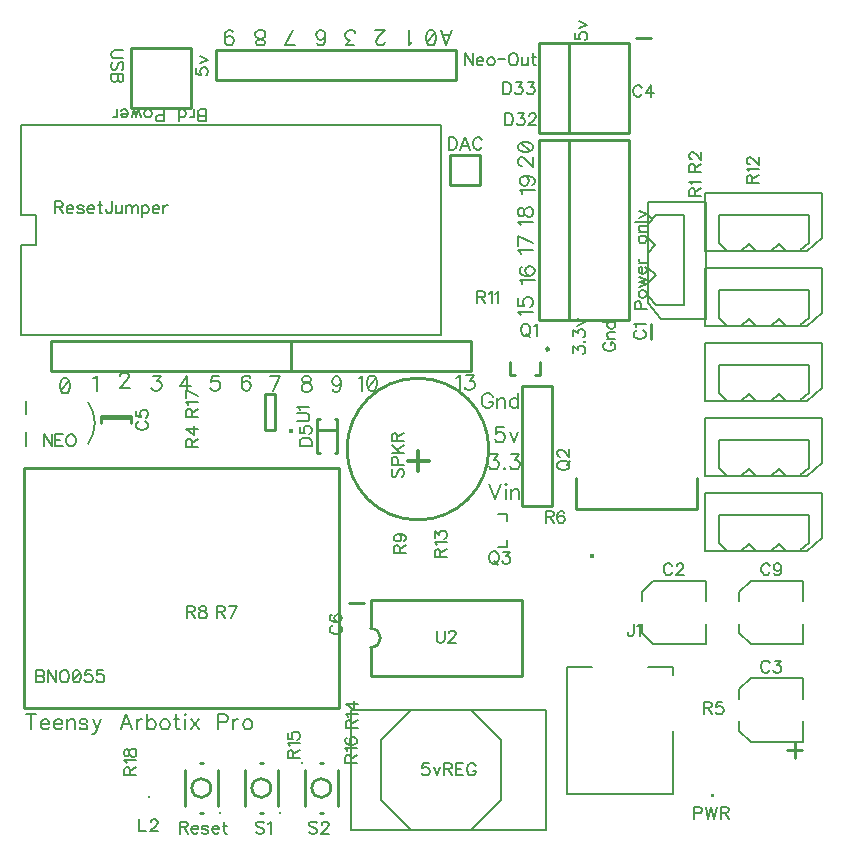
<source format=gto>
G04 DipTrace Beta 2.9.0.1*
G04 TeensyArbotixProV3.gto*
%MOIN*%
G04 #@! TF.FileFunction,Legend,Top*
G04 #@! TF.Part,Single*
%ADD10C,0.009843*%
%ADD18C,0.008*%
%ADD32C,0.005*%
%ADD40C,0.011806*%
%ADD49C,0.015395*%
%ADD114C,0.006176*%
%ADD115C,0.009264*%
%ADD116C,0.00772*%
%ADD117C,0.012351*%
%FSLAX26Y26*%
G04*
G70*
G90*
G75*
G01*
G04 TopSilk*
%LPD*%
X1541726Y1201302D2*
D10*
X1592868D1*
X2200866Y844016D2*
D32*
Y444016D1*
X1950876D1*
X1750871D2*
X1550866D1*
Y844016D1*
X1750871D1*
X1950876D1*
X2200866D1*
X1750871Y444016D2*
X1650836Y544016D1*
Y744016D1*
X1750871Y844016D1*
X1950876D2*
X2050846Y744016D1*
Y544016D1*
X1950876Y444016D1*
X1750871D1*
X460866Y1651752D2*
D10*
X1510866D1*
Y851752D1*
X460866D1*
Y1651752D1*
X2551507Y2080776D2*
Y2131918D1*
X2732126Y1275268D2*
D18*
Y1206523D1*
Y1131509D2*
Y1062764D1*
X2557116D1*
X2519606Y1100271D1*
Y1131509D1*
X2732126Y1275268D2*
X2557116D1*
X2519606Y1237761D1*
Y1206523D1*
X3057126Y950268D2*
Y881523D1*
Y806509D2*
Y737764D1*
X2882116D1*
X2844606Y775271D1*
Y806509D1*
X3057126Y950268D2*
X2882116D1*
X2844606Y912761D1*
Y881523D1*
X2500296Y3082822D2*
D10*
X2551437D1*
X717366Y1815899D2*
X815799D1*
X717366Y1823348D2*
X815799D1*
X717366D2*
Y1799789D1*
X815799Y1823348D2*
Y1799789D1*
X3057126Y1275268D2*
D18*
Y1206523D1*
Y1131509D2*
Y1062764D1*
X2882116D1*
X2844606Y1100271D1*
Y1131509D1*
X3057126Y1275268D2*
X2882116D1*
X2844606Y1237761D1*
Y1206523D1*
X1900866Y2944016D2*
D10*
X1100866D1*
X1900866Y3044016D2*
Y2944016D1*
Y3044016D2*
X1100866D1*
Y2944016D1*
X2275866Y2744016D2*
Y2144016D1*
X2475866D1*
Y2744016D2*
Y2144016D1*
X2275866Y2744016D2*
X2475866D1*
X2275866Y2144016D2*
Y2744016D1*
X2175866Y2144016D2*
Y2744016D1*
X2275866Y2144016D2*
X2175866D1*
X2275866Y2744016D2*
X2175866D1*
X2275866Y2960716D2*
Y2769016D1*
Y3069016D2*
Y2769016D1*
X2475866Y3069016D2*
Y2769016D1*
X2275866Y3069016D2*
X2475866D1*
X2275866Y2769016D2*
X2475866D1*
X2175866Y3069016D2*
X2275866D1*
Y2769016D1*
X2175866D2*
X2275866D1*
X2175866Y3069016D2*
Y2769016D1*
X1019373Y584016D2*
G02X1019373Y584016I31494J0D01*
G01*
X995748Y643071D2*
Y524961D1*
X1105986Y643071D2*
Y623386D1*
Y524961D1*
X1056776Y666693D2*
X1044958D1*
X1056776Y501339D2*
X1044958D1*
D40*
X1113861Y499370D3*
X1437504Y1701533D2*
D10*
Y1815706D1*
X1504433Y1701533D2*
Y1815706D1*
X1445402Y1701533D2*
X1437504D1*
X1504433D2*
X1496536D1*
X1445402Y1815706D2*
X1437504D1*
X1504433D2*
X1496536D1*
X1504433Y1778305D2*
X1437504D1*
X1980866Y2694016D2*
X1880866D1*
X1980866Y2594016D2*
Y2694016D1*
Y2594016D2*
X1880866D1*
Y2694016D1*
X2624021Y987017D2*
D18*
X2541333D1*
X2624021Y565743D2*
Y774394D1*
Y987017D2*
Y959469D1*
X2269701Y565743D2*
Y987017D1*
X2352389D1*
X2269701Y565743D2*
X2624021D1*
X2120866Y1524016D2*
D10*
X2220866D1*
X2120866Y1924016D2*
Y1524016D1*
X2220866Y1924016D2*
Y1524016D1*
X2120866Y1924016D2*
X2220866D1*
X1015866Y2852016D2*
X815866D1*
X1015866Y3052016D2*
Y2852016D1*
X815866Y3052016D2*
Y2852016D1*
X1015866Y3052016D2*
X815866D1*
X3120748Y1566063D2*
D32*
X2730985D1*
Y1373151D1*
X2849862Y1373016D2*
X2899869D1*
X2949876D1*
X2999883D1*
X3049850D1*
X3069183Y1373035D1*
X3120748Y1416452D1*
Y1566063D1*
X3000857Y1374020D2*
X2975873Y1399019D1*
X2950850Y1374020D1*
X2900883Y1373151D2*
X2875860Y1397012D1*
X2850876Y1373151D1*
X2800869D1*
X2734142D1*
X2801883Y1375024D2*
X2775885Y1400023D1*
X2775846Y1494018D1*
X3075886D1*
X3075847Y1401008D1*
X3047862Y1376008D1*
X3120748Y1816063D2*
X2730985D1*
Y1623151D1*
X2849862Y1623016D2*
X2899869D1*
X2949876D1*
X2999883D1*
X3049850D1*
X3069183Y1623035D1*
X3120748Y1666452D1*
Y1816063D1*
X3000857Y1624020D2*
X2975873Y1649019D1*
X2950850Y1624020D1*
X2900883Y1623151D2*
X2875860Y1647012D1*
X2850876Y1623151D1*
X2800869D1*
X2734142D1*
X2801883Y1625024D2*
X2775885Y1650023D1*
X2775846Y1744018D1*
X3075886D1*
X3075847Y1651008D1*
X3047862Y1626008D1*
X3120748Y2066063D2*
X2730985D1*
Y1873151D1*
X2849862Y1873016D2*
X2899869D1*
X2949876D1*
X2999883D1*
X3049850D1*
X3069183Y1873035D1*
X3120748Y1916452D1*
Y2066063D1*
X3000857Y1874020D2*
X2975873Y1899019D1*
X2950850Y1874020D1*
X2900883Y1873151D2*
X2875860Y1897012D1*
X2850876Y1873151D1*
X2800869D1*
X2734142D1*
X2801883Y1875024D2*
X2775885Y1900023D1*
X2775846Y1994018D1*
X3075886D1*
X3075847Y1901008D1*
X3047862Y1876008D1*
X3120748Y2316063D2*
X2730985D1*
Y2123151D1*
X2849862Y2123016D2*
X2899869D1*
X2949876D1*
X2999883D1*
X3049850D1*
X3069183Y2123035D1*
X3120748Y2166452D1*
Y2316063D1*
X3000857Y2124020D2*
X2975873Y2149019D1*
X2950850Y2124020D1*
X2900883Y2123151D2*
X2875860Y2147012D1*
X2850876Y2123151D1*
X2800869D1*
X2734142D1*
X2801883Y2125024D2*
X2775885Y2150023D1*
X2775846Y2244018D1*
X3075886D1*
X3075847Y2151008D1*
X3047862Y2126008D1*
X3120748Y2566063D2*
X2730985D1*
Y2373151D1*
X2849862Y2373016D2*
X2899869D1*
X2949876D1*
X2999883D1*
X3049850D1*
X3069183Y2373035D1*
X3120748Y2416452D1*
Y2566063D1*
X3000857Y2374020D2*
X2975873Y2399019D1*
X2950850Y2374020D1*
X2900883Y2373151D2*
X2875860Y2397012D1*
X2850876Y2373151D1*
X2800869D1*
X2734142D1*
X2801883Y2375024D2*
X2775885Y2400023D1*
X2775846Y2494018D1*
X3075886D1*
X3075847Y2401008D1*
X3047862Y2376008D1*
X2732914Y2149134D2*
Y2538898D1*
X2540002D1*
X2539866Y2420020D2*
Y2370013D1*
Y2320007D1*
Y2270000D1*
Y2220032D1*
X2539886Y2200700D1*
X2583302Y2149134D1*
X2732914D1*
X2540870Y2269025D2*
X2565870Y2294009D1*
X2540870Y2319032D1*
X2540002Y2369000D2*
X2563862Y2394023D1*
X2540002Y2419007D1*
Y2469013D1*
Y2535741D1*
X2541874Y2468000D2*
X2566874Y2493997D1*
X2660868Y2494036D1*
Y2193996D1*
X2567858Y2194035D1*
X2542859Y2222020D1*
X550866Y2074016D2*
D10*
X1350866D1*
X550866Y1974016D2*
Y2074016D1*
Y1974016D2*
X1350866D1*
Y2074016D1*
Y1974016D2*
X1950866D1*
X1350866Y2074016D2*
X1950866D1*
X1350866Y1974016D2*
Y2074016D1*
X1950866Y1974016D2*
Y2074016D1*
G36*
X879803Y558016D2*
X871929D1*
Y550143D1*
X879803D1*
Y558016D1*
G37*
X465873Y1725383D2*
D32*
Y1770383D1*
Y1875383D2*
Y1830383D1*
X673878Y1869383D2*
G02X673878Y1731383I-97267J-69000D01*
G01*
G36*
X2750866Y562953D2*
X2758740D1*
Y555079D1*
X2750866D1*
Y562953D1*
G37*
X2200342Y2046977D2*
D10*
G02X2200342Y2046977I4922J0D01*
G01*
X2079242Y2005638D2*
Y1960441D1*
X2179709Y2005638D2*
Y1960441D1*
X2161908D1*
X2097043D2*
X2079242D1*
X2300073Y1514161D2*
X2701660D1*
X2300073D2*
Y1616513D1*
X2701660Y1514161D2*
Y1616513D1*
D49*
X2352196Y1355914D3*
X2071470Y1473618D2*
D18*
Y1497239D1*
X2039970D1*
X2071470Y1410629D2*
Y1387008D1*
X2039970D1*
X1219373Y584016D2*
D10*
G02X1219373Y584016I31494J0D01*
G01*
X1195748Y643071D2*
Y524961D1*
X1305986Y643071D2*
Y623386D1*
Y524961D1*
X1256776Y666693D2*
X1244958D1*
X1256776Y501339D2*
X1244958D1*
D40*
X1313861Y499370D3*
X1419372Y584016D2*
D10*
G02X1419372Y584016I31494J0D01*
G01*
X1505985Y524961D2*
Y643071D1*
X1395747Y524961D2*
Y544646D1*
Y643071D1*
X1444956Y501339D2*
X1456775D1*
X1444956Y666693D2*
X1456775D1*
D40*
X1387872Y668662D3*
X1536693Y1714033D2*
D10*
G02X1536693Y1714033I236232J0D01*
G01*
D49*
X1349492Y1773102D3*
X1295426Y1778365D2*
D10*
Y1896473D1*
X1263936Y1778365D2*
Y1896473D1*
X1295426D2*
X1263936D1*
X1295426Y1778365D2*
X1263936D1*
X500846Y2394036D2*
D18*
Y2493996D1*
X450866D1*
Y2794016D1*
X1850866D1*
Y2094016D1*
X450866D1*
Y2394036D1*
X500846D1*
X1616257Y958413D2*
D10*
X2120147D1*
X1616257Y1210380D2*
X2120147D1*
Y958413D2*
Y1210380D1*
X1616257Y958413D2*
Y1052890D1*
Y1115904D2*
Y1210380D1*
Y1052890D2*
G03X1616257Y1115904I-64J31507D01*
G01*
X1488741Y1126173D2*
D114*
X1484939Y1124272D1*
X1481092Y1120425D1*
X1479191Y1116623D1*
Y1108973D1*
X1481092Y1105127D1*
X1484939Y1101324D1*
X1488741Y1099379D1*
X1494489Y1097477D1*
X1504084D1*
X1509788Y1099379D1*
X1513635Y1101324D1*
X1517437Y1105127D1*
X1519383Y1108973D1*
Y1116623D1*
X1517437Y1120425D1*
X1513635Y1124272D1*
X1509788Y1126173D1*
X1484939Y1161472D2*
X1481136Y1159571D1*
X1479235Y1153823D1*
Y1150021D1*
X1481136Y1144273D1*
X1486884Y1140426D1*
X1496435Y1138525D1*
X1505986D1*
X1513635Y1140426D1*
X1517482Y1144273D1*
X1519383Y1150021D1*
Y1151922D1*
X1517482Y1157626D1*
X1513635Y1161472D1*
X1507887Y1163374D1*
X1505986D1*
X1500238Y1161472D1*
X1496435Y1157626D1*
X1494534Y1151922D1*
Y1150021D1*
X1496435Y1144273D1*
X1500238Y1140426D1*
X1505986Y1138525D1*
X1809070Y666478D2*
X1789969D1*
X1788068Y649278D1*
X1789969Y651179D1*
X1795717Y653124D1*
X1801421D1*
X1807169Y651179D1*
X1811016Y647376D1*
X1812917Y641628D1*
Y637826D1*
X1811016Y632078D1*
X1807169Y628231D1*
X1801421Y626330D1*
X1795717D1*
X1789969Y628231D1*
X1788068Y630177D1*
X1786122Y633979D1*
X1825268Y653124D2*
X1836765Y626330D1*
X1848216Y653124D1*
X1860568Y647376D2*
X1877768D1*
X1883516Y649322D1*
X1885461Y651223D1*
X1887362Y655026D1*
Y658872D1*
X1885461Y662675D1*
X1883516Y664620D1*
X1877768Y666522D1*
X1860568D1*
Y626330D1*
X1873965Y647376D2*
X1887362Y626330D1*
X1924563Y666522D2*
X1899714D1*
Y626330D1*
X1924563D1*
X1899714Y647376D2*
X1915012D1*
X1965610Y656971D2*
X1963709Y660774D1*
X1959862Y664620D1*
X1956060Y666522D1*
X1948410D1*
X1944564Y664620D1*
X1940761Y660774D1*
X1938816Y656971D1*
X1936914Y651223D1*
Y641628D1*
X1938816Y635925D1*
X1940761Y632078D1*
X1944564Y628275D1*
X1948410Y626330D1*
X1956060D1*
X1959862Y628275D1*
X1963709Y632078D1*
X1965610Y635925D1*
Y641628D1*
X1956060D1*
X501175Y976861D2*
Y936669D1*
X518419D1*
X524167Y938614D1*
X526068Y940516D1*
X527970Y944318D1*
Y950066D1*
X526068Y953913D1*
X524167Y955814D1*
X518419Y957715D1*
X524167Y959661D1*
X526068Y961562D1*
X527970Y965365D1*
Y969212D1*
X526068Y973014D1*
X524167Y974960D1*
X518419Y976861D1*
X501175D1*
Y957715D2*
X518419D1*
X567116Y976861D2*
Y936669D1*
X540321Y976861D1*
Y936669D1*
X590963Y976861D2*
X587116Y974960D1*
X583314Y971113D1*
X581368Y967310D1*
X579467Y961562D1*
Y951967D1*
X581368Y946264D1*
X583314Y942417D1*
X587116Y938614D1*
X590963Y936669D1*
X598613D1*
X602415Y938614D1*
X606262Y942417D1*
X608163Y946264D1*
X610064Y951967D1*
Y961562D1*
X608163Y967310D1*
X606262Y971113D1*
X602415Y974960D1*
X598613Y976861D1*
X590963D1*
X633912Y976817D2*
X628164Y974915D1*
X624317Y969167D1*
X622416Y959617D1*
Y953869D1*
X624317Y944318D1*
X628164Y938570D1*
X633912Y936669D1*
X637714D1*
X643462Y938570D1*
X647265Y944318D1*
X649210Y953869D1*
Y959617D1*
X647265Y969167D1*
X643462Y974915D1*
X637714Y976817D1*
X633912D1*
X647265Y969167D2*
X624317Y944318D1*
X684510Y976817D2*
X665409D1*
X663507Y959617D1*
X665409Y961518D1*
X671157Y963464D1*
X676860D1*
X682609Y961518D1*
X686455Y957715D1*
X688357Y951967D1*
Y948165D1*
X686455Y942417D1*
X682609Y938570D1*
X676860Y936669D1*
X671157D1*
X665409Y938570D1*
X663507Y940516D1*
X661562Y944318D1*
X723656Y976817D2*
X704555D1*
X702653Y959617D1*
X704555Y961518D1*
X710303Y963464D1*
X716007D1*
X721755Y961518D1*
X725601Y957715D1*
X727503Y951967D1*
Y948165D1*
X725601Y942417D1*
X721755Y938570D1*
X716007Y936669D1*
X710303D1*
X704555Y938570D1*
X702653Y940516D1*
X700708Y944318D1*
X2502479Y2109722D2*
X2498676Y2107820D1*
X2494830Y2103974D1*
X2492928Y2100171D1*
Y2092522D1*
X2494830Y2088675D1*
X2498676Y2084873D1*
X2502479Y2082927D1*
X2508227Y2081026D1*
X2517822D1*
X2523526Y2082927D1*
X2527372Y2084873D1*
X2531175Y2088675D1*
X2533120Y2092522D1*
Y2100171D1*
X2531175Y2103974D1*
X2527372Y2107820D1*
X2523526Y2109722D1*
X2500622Y2122073D2*
X2498676Y2125920D1*
X2492973Y2131668D1*
X2533120D1*
X2620641Y1324296D2*
X2618740Y1328098D1*
X2614893Y1331945D1*
X2611091Y1333846D1*
X2603441D1*
X2599595Y1331945D1*
X2595792Y1328098D1*
X2593847Y1324296D1*
X2591945Y1318548D1*
Y1308953D1*
X2593847Y1303249D1*
X2595792Y1299402D1*
X2599595Y1295600D1*
X2603441Y1293654D1*
X2611091D1*
X2614893Y1295600D1*
X2618740Y1299402D1*
X2620641Y1303249D1*
X2634938Y1324252D2*
Y1326153D1*
X2636839Y1330000D1*
X2638741Y1331901D1*
X2642588Y1333802D1*
X2650237D1*
X2654039Y1331901D1*
X2655941Y1330000D1*
X2657886Y1326153D1*
Y1322350D1*
X2655941Y1318504D1*
X2652138Y1312800D1*
X2632993Y1293654D1*
X2659787D1*
X2945641Y999296D2*
X2943740Y1003098D1*
X2939893Y1006945D1*
X2936091Y1008846D1*
X2928441D1*
X2924595Y1006945D1*
X2920792Y1003098D1*
X2918847Y999296D1*
X2916945Y993548D1*
Y983953D1*
X2918847Y978249D1*
X2920792Y974402D1*
X2924595Y970600D1*
X2928441Y968654D1*
X2936091D1*
X2939893Y970600D1*
X2943740Y974402D1*
X2945641Y978249D1*
X2961839Y1008802D2*
X2982842D1*
X2971390Y993504D1*
X2977138D1*
X2980941Y991602D1*
X2982842Y989701D1*
X2984787Y983953D1*
Y980150D1*
X2982842Y974402D1*
X2979039Y970556D1*
X2973291Y968654D1*
X2967543D1*
X2961839Y970556D1*
X2959938Y972501D1*
X2957993Y976304D1*
X2519691Y2917951D2*
X2517789Y2921754D1*
X2513943Y2925600D1*
X2510140Y2927502D1*
X2502491D1*
X2498644Y2925600D1*
X2494842Y2921754D1*
X2492896Y2917951D1*
X2490995Y2912203D1*
Y2902608D1*
X2492896Y2896904D1*
X2494842Y2893058D1*
X2498644Y2889255D1*
X2502491Y2887310D1*
X2510140D1*
X2513943Y2889255D1*
X2517789Y2893058D1*
X2519691Y2896904D1*
X2551187Y2887310D2*
Y2927457D1*
X2532042Y2900707D1*
X2560738D1*
X842850Y1806344D2*
X839048Y1804442D1*
X835201Y1800596D1*
X833300Y1796793D1*
Y1789144D1*
X835201Y1785297D1*
X839048Y1781494D1*
X842850Y1779549D1*
X848598Y1777648D1*
X858193D1*
X863897Y1779549D1*
X867743Y1781494D1*
X871546Y1785297D1*
X873492Y1789144D1*
Y1796793D1*
X871546Y1800595D1*
X867744Y1804442D1*
X863897Y1806343D1*
X833344Y1841643D2*
Y1822542D1*
X850544Y1820640D1*
X848642Y1822542D1*
X846697Y1828290D1*
Y1833993D1*
X848642Y1839742D1*
X852445Y1843588D1*
X858193Y1845490D1*
X861995D1*
X867743Y1843588D1*
X871590Y1839741D1*
X873492Y1833993D1*
Y1828290D1*
X871590Y1822542D1*
X869645Y1820640D1*
X865842Y1818695D1*
X2946592Y1324296D2*
X2944691Y1328098D1*
X2940844Y1331945D1*
X2937041Y1333846D1*
X2929392D1*
X2925545Y1331945D1*
X2921743Y1328098D1*
X2919797Y1324296D1*
X2917896Y1318548D1*
Y1308953D1*
X2919797Y1303249D1*
X2921743Y1299402D1*
X2925545Y1295600D1*
X2929392Y1293654D1*
X2937041D1*
X2940844Y1295600D1*
X2944691Y1299402D1*
X2946592Y1303249D1*
X2983837Y1320449D2*
X2981891Y1314701D1*
X2978089Y1310854D1*
X2972341Y1308953D1*
X2970439D1*
X2964691Y1310854D1*
X2960889Y1314701D1*
X2958943Y1320449D1*
Y1322350D1*
X2960889Y1328098D1*
X2964691Y1331901D1*
X2970439Y1333802D1*
X2972341D1*
X2978089Y1331901D1*
X2981891Y1328098D1*
X2983837Y1320449D1*
Y1310854D1*
X2981891Y1301304D1*
X2978089Y1295556D1*
X2972341Y1293654D1*
X2968538D1*
X2962790Y1295556D1*
X2960889Y1299402D1*
X978535Y452878D2*
X995735D1*
X1001483Y454824D1*
X1003429Y456725D1*
X1005330Y460528D1*
Y464375D1*
X1003429Y468177D1*
X1001483Y470123D1*
X995735Y472024D1*
X978535D1*
Y431832D1*
X991933Y452878D2*
X1005330Y431832D1*
X1017682Y447130D2*
X1040629D1*
Y450977D1*
X1038728Y454824D1*
X1036827Y456725D1*
X1032980Y458627D1*
X1027232D1*
X1023430Y456725D1*
X1019583Y452878D1*
X1017682Y447130D1*
Y443328D1*
X1019583Y437580D1*
X1023430Y433777D1*
X1027232Y431832D1*
X1032980D1*
X1036827Y433777D1*
X1040629Y437580D1*
X1074028Y452878D2*
X1072126Y456725D1*
X1066378Y458627D1*
X1060630D1*
X1054882Y456725D1*
X1052981Y452878D1*
X1054882Y449076D1*
X1058729Y447130D1*
X1068279Y445229D1*
X1072126Y443328D1*
X1074028Y439481D1*
Y437580D1*
X1072126Y433777D1*
X1066378Y431832D1*
X1060630D1*
X1054882Y433777D1*
X1052981Y437580D1*
X1086379Y447130D2*
X1109327D1*
Y450977D1*
X1107426Y454824D1*
X1105524Y456725D1*
X1101678Y458627D1*
X1095929D1*
X1092127Y456725D1*
X1088280Y452878D1*
X1086379Y447130D1*
Y443328D1*
X1088280Y437580D1*
X1092127Y433777D1*
X1095929Y431832D1*
X1101678D1*
X1105524Y433777D1*
X1109327Y437580D1*
X1127426Y472024D2*
Y439481D1*
X1129328Y433777D1*
X1133174Y431832D1*
X1136977D1*
X1121678Y458627D2*
X1135076D1*
X1378926Y1725649D2*
X1419118D1*
Y1739047D1*
X1417172Y1744795D1*
X1413370Y1748641D1*
X1409523Y1750543D1*
X1403819Y1752444D1*
X1394224D1*
X1388476Y1750543D1*
X1384674Y1748642D1*
X1380827Y1744795D1*
X1378926Y1739047D1*
Y1725649D1*
X1378970Y1787743D2*
Y1768642D1*
X1396170Y1766741D1*
X1394269Y1768642D1*
X1392323Y1774390D1*
Y1780094D1*
X1394269Y1785842D1*
X1398071Y1789689D1*
X1403819Y1791590D1*
X1407622D1*
X1413370Y1789689D1*
X1417216Y1785842D1*
X1419118Y1780094D1*
Y1774390D1*
X1417217Y1768642D1*
X1415271Y1766741D1*
X1411468Y1764795D1*
X1875449Y2752594D2*
Y2712402D1*
X1888846D1*
X1894594Y2714348D1*
X1898441Y2718150D1*
X1900342Y2721997D1*
X1902244Y2727701D1*
Y2737296D1*
X1900342Y2743044D1*
X1898441Y2746846D1*
X1894594Y2750693D1*
X1888846Y2752594D1*
X1875449D1*
X1945236Y2712402D2*
X1929894Y2752594D1*
X1914595Y2712402D1*
X1920343Y2725800D2*
X1939488D1*
X1986284Y2743044D2*
X1984383Y2746846D1*
X1980536Y2750693D1*
X1976733Y2752594D1*
X1969084D1*
X1965237Y2750693D1*
X1961435Y2746846D1*
X1959489Y2743044D1*
X1957588Y2737296D1*
Y2727701D1*
X1959489Y2721997D1*
X1961435Y2718150D1*
X1965237Y2714348D1*
X1969084Y2712402D1*
X1976733D1*
X1980536Y2714348D1*
X1984383Y2718150D1*
X1986284Y2721997D1*
X2491903Y1130594D2*
Y1099997D1*
X2490002Y1094249D1*
X2488056Y1092348D1*
X2484254Y1090402D1*
X2480407D1*
X2476604Y1092348D1*
X2474703Y1094249D1*
X2472758Y1099997D1*
Y1103800D1*
X2504254Y1122901D2*
X2508101Y1124846D1*
X2513849Y1130550D1*
Y1090402D1*
X562785Y2520449D2*
X579985D1*
X585733Y2522395D1*
X587679Y2524296D1*
X589580Y2528098D1*
Y2531945D1*
X587679Y2535748D1*
X585733Y2537693D1*
X579985Y2539594D1*
X562785D1*
Y2499402D1*
X576183Y2520449D2*
X589580Y2499402D1*
X601931Y2514701D2*
X624879D1*
Y2518548D1*
X622978Y2522395D1*
X621077Y2524296D1*
X617230Y2526197D1*
X611482D1*
X607679Y2524296D1*
X603833Y2520449D1*
X601931Y2514701D1*
Y2510899D1*
X603833Y2505150D1*
X607679Y2501348D1*
X611482Y2499402D1*
X617230D1*
X621077Y2501348D1*
X624879Y2505150D1*
X658277Y2520449D2*
X656376Y2524296D1*
X650628Y2526197D1*
X644880D1*
X639132Y2524296D1*
X637231Y2520449D1*
X639132Y2516647D1*
X642979Y2514701D1*
X652529Y2512800D1*
X656376Y2510899D1*
X658277Y2507052D1*
Y2505150D1*
X656376Y2501348D1*
X650628Y2499402D1*
X644880D1*
X639132Y2501348D1*
X637231Y2505150D1*
X670629Y2514701D2*
X693577D1*
Y2518548D1*
X691675Y2522395D1*
X689774Y2524296D1*
X685927Y2526197D1*
X680179D1*
X676377Y2524296D1*
X672530Y2520449D1*
X670629Y2514701D1*
Y2510899D1*
X672530Y2505150D1*
X676377Y2501348D1*
X680179Y2499402D1*
X685927D1*
X689774Y2501348D1*
X693577Y2505150D1*
X711676Y2539594D2*
Y2507052D1*
X713577Y2501348D1*
X717424Y2499402D1*
X721227D1*
X705928Y2526197D2*
X719325D1*
X752723Y2539594D2*
Y2508997D1*
X750822Y2503249D1*
X748877Y2501348D1*
X745074Y2499402D1*
X741227D1*
X737425Y2501348D1*
X735524Y2503249D1*
X733578Y2508997D1*
Y2512800D1*
X765075Y2526197D2*
Y2507052D1*
X766976Y2501348D1*
X770823Y2499402D1*
X776571D1*
X780373Y2501348D1*
X786121Y2507052D1*
Y2526197D2*
Y2499402D1*
X798473Y2526197D2*
Y2499402D1*
Y2518548D2*
X804221Y2524296D1*
X808068Y2526197D1*
X813771D1*
X817618Y2524296D1*
X819520Y2518548D1*
Y2499402D1*
Y2518548D2*
X825268Y2524296D1*
X829114Y2526197D1*
X834818D1*
X838665Y2524296D1*
X840610Y2518548D1*
Y2499402D1*
X852962Y2526197D2*
Y2486005D1*
Y2520449D2*
X856809Y2524252D1*
X860611Y2526197D1*
X866359D1*
X870206Y2524252D1*
X874008Y2520449D1*
X875954Y2514701D1*
Y2510854D1*
X874008Y2505150D1*
X870206Y2501304D1*
X866359Y2499402D1*
X860611D1*
X856809Y2501304D1*
X852962Y2505150D1*
X888305Y2514701D2*
X911253D1*
Y2518548D1*
X909352Y2522395D1*
X907451Y2524296D1*
X903604Y2526197D1*
X897856D1*
X894053Y2524296D1*
X890207Y2520449D1*
X888305Y2514701D1*
Y2510899D1*
X890207Y2505150D1*
X894053Y2501348D1*
X897856Y2499402D1*
X903604D1*
X907451Y2501348D1*
X911253Y2505150D1*
X923605Y2526197D2*
Y2499402D1*
Y2514701D2*
X925550Y2520449D1*
X929353Y2524296D1*
X933199Y2526197D1*
X938947D1*
X844819Y479488D2*
Y439296D1*
X867767D1*
X882064Y469894D2*
Y471795D1*
X883965Y475642D1*
X885867Y477543D1*
X889714Y479444D1*
X897363D1*
X901165Y477543D1*
X903067Y475642D1*
X905012Y471795D1*
Y467992D1*
X903067Y464146D1*
X899264Y458442D1*
X880119Y439296D1*
X906913D1*
X551902Y1762962D2*
Y1722770D1*
X525107Y1762962D1*
Y1722770D1*
X589102Y1762962D2*
X564253D1*
Y1722770D1*
X589102D1*
X564253Y1743817D2*
X579552D1*
X612950Y1762962D2*
X609103Y1761061D1*
X605300Y1757214D1*
X603355Y1753411D1*
X601454Y1747663D1*
Y1738069D1*
X603355Y1732365D1*
X605300Y1728518D1*
X609103Y1724715D1*
X612950Y1722770D1*
X620599D1*
X624402Y1724715D1*
X628248Y1728518D1*
X630150Y1732365D1*
X632051Y1738069D1*
Y1747663D1*
X630150Y1753411D1*
X628248Y1757214D1*
X624402Y1761061D1*
X620599Y1762962D1*
X612950D1*
X2692575Y499796D2*
X2709819D1*
X2715523Y501697D1*
X2717468Y503643D1*
X2719370Y507445D1*
Y513193D1*
X2717468Y516996D1*
X2715523Y518941D1*
X2709819Y520843D1*
X2692575D1*
Y480651D1*
X2731721Y520843D2*
X2741316Y480651D1*
X2750866Y520843D1*
X2760417Y480651D1*
X2770012Y520843D1*
X2782363Y501697D2*
X2799563D1*
X2805311Y503643D1*
X2807257Y505544D1*
X2809158Y509347D1*
Y513193D1*
X2807257Y516996D1*
X2805311Y518941D1*
X2799563Y520843D1*
X2782363D1*
Y480651D1*
X2795760Y501697D2*
X2809158Y480651D1*
X2127961Y2131185D2*
X2124158Y2129328D1*
X2120312Y2125481D1*
X2118410Y2121634D1*
X2116465Y2115886D1*
Y2106336D1*
X2118410Y2100588D1*
X2120312Y2096785D1*
X2124158Y2092938D1*
X2127961Y2091037D1*
X2135610D1*
X2139457Y2092938D1*
X2143260Y2096785D1*
X2145161Y2100588D1*
X2147106Y2106336D1*
Y2115886D1*
X2145161Y2121634D1*
X2143260Y2125481D1*
X2139457Y2129328D1*
X2135610Y2131185D1*
X2127961D1*
X2133709Y2098687D2*
X2145161Y2087190D1*
X2159458Y2123491D2*
X2163305Y2125437D1*
X2169053Y2131141D1*
Y2090993D1*
X2237564Y1655618D2*
X2239421Y1651816D1*
X2243267Y1647969D1*
X2247114Y1646068D1*
X2252862Y1644122D1*
X2262413D1*
X2268161Y1646068D1*
X2271963Y1647969D1*
X2275810Y1651816D1*
X2277711Y1655618D1*
Y1663268D1*
X2275810Y1667114D1*
X2271963Y1670917D1*
X2268161Y1672818D1*
X2262413Y1674764D1*
X2252862D1*
X2247114Y1672818D1*
X2243267Y1670917D1*
X2239421Y1667114D1*
X2237564Y1663268D1*
Y1655618D1*
X2270062Y1661366D2*
X2281558Y1672818D1*
X2247158Y1689061D2*
X2245257D1*
X2241410Y1690962D1*
X2239509Y1692863D1*
X2237608Y1696710D1*
Y1704359D1*
X2239509Y1708162D1*
X2241410Y1710063D1*
X2245257Y1712009D1*
X2249060D1*
X2252906Y1710063D1*
X2258610Y1706260D1*
X2277756Y1687115D1*
Y1713910D1*
X2022478Y1372557D2*
X2018675Y1370700D1*
X2014829Y1366853D1*
X2012927Y1363006D1*
X2010982Y1357258D1*
Y1347707D1*
X2012927Y1341959D1*
X2014829Y1338157D1*
X2018675Y1334310D1*
X2022478Y1332409D1*
X2030127D1*
X2033974Y1334310D1*
X2037777Y1338157D1*
X2039678Y1341959D1*
X2041623Y1347707D1*
Y1357258D1*
X2039678Y1363006D1*
X2037777Y1366853D1*
X2033974Y1370700D1*
X2030127Y1372557D1*
X2022478D1*
X2028226Y1340058D2*
X2039678Y1328562D1*
X2057821Y1372512D2*
X2078824D1*
X2067372Y1357214D1*
X2073120D1*
X2076923Y1355313D1*
X2078824Y1353411D1*
X2080769Y1347663D1*
Y1343861D1*
X2078824Y1338113D1*
X2075021Y1334266D1*
X2069273Y1332365D1*
X2063525D1*
X2057821Y1334266D1*
X2055920Y1336211D1*
X2053975Y1340014D1*
X2696571Y2557092D2*
Y2574292D1*
X2694625Y2580040D1*
X2692724Y2581985D1*
X2688922Y2583887D1*
X2685075D1*
X2681272Y2581985D1*
X2679327Y2580040D1*
X2677426Y2574292D1*
X2677425Y2557092D1*
X2717617D1*
X2696571Y2570489D2*
X2717618Y2583886D1*
X2685119Y2596238D2*
X2683174Y2600085D1*
X2677470Y2605833D1*
X2717618D1*
X2696617Y2638953D2*
Y2656152D1*
X2694671Y2661900D1*
X2692770Y2663846D1*
X2688968Y2665747D1*
X2685121D1*
X2681318Y2663846D1*
X2679373Y2661900D1*
X2677471Y2656152D1*
Y2638953D1*
X2717663D1*
X2696617Y2652350D2*
X2717663Y2665747D1*
X2687066Y2680044D2*
X2685165D1*
X2681318Y2681945D1*
X2679417Y2683847D1*
X2677516Y2687693D1*
Y2695343D1*
X2679417Y2699145D1*
X2681318Y2701046D1*
X2685165Y2702992D1*
X2688968D1*
X2692814Y2701046D1*
X2698518Y2697244D1*
X2717663Y2678099D1*
Y2704893D1*
X1020040Y1722095D2*
Y1739295D1*
X1018094Y1745043D1*
X1016193Y1746988D1*
X1012390Y1748890D1*
X1008544D1*
X1004741Y1746988D1*
X1002796Y1745043D1*
X1000894Y1739295D1*
Y1722095D1*
X1041086D1*
X1020040Y1735492D2*
X1041086Y1748890D1*
Y1780386D2*
X1000939D1*
X1027689Y1761241D1*
Y1789937D1*
X2725896Y851441D2*
X2743096D1*
X2748844Y853387D1*
X2750789Y855288D1*
X2752691Y859091D1*
Y862937D1*
X2750789Y866740D1*
X2748844Y868685D1*
X2743096Y870587D1*
X2725896D1*
Y830395D1*
X2739293Y851441D2*
X2752691Y830395D1*
X2787990Y870542D2*
X2768889D1*
X2766988Y853342D1*
X2768889Y855244D1*
X2774637Y857189D1*
X2780341D1*
X2786089Y855244D1*
X2789935Y851441D1*
X2791837Y845693D1*
Y841891D1*
X2789935Y836143D1*
X2786089Y832296D1*
X2780341Y830395D1*
X2774637D1*
X2768889Y832296D1*
X2766988Y834241D1*
X2765042Y838044D1*
X2198869Y1487977D2*
X2216069D1*
X2221817Y1489922D1*
X2223762Y1491823D1*
X2225663Y1495626D1*
Y1499473D1*
X2223762Y1503275D1*
X2221817Y1505221D1*
X2216069Y1507122D1*
X2198869D1*
Y1466930D1*
X2212266Y1487977D2*
X2225663Y1466930D1*
X2260963Y1501374D2*
X2259061Y1505177D1*
X2253313Y1507078D1*
X2249511D1*
X2243763Y1505177D1*
X2239916Y1499429D1*
X2238015Y1489878D1*
Y1480327D1*
X2239916Y1472678D1*
X2243763Y1468831D1*
X2249511Y1466930D1*
X2251412D1*
X2257116Y1468831D1*
X2260963Y1472678D1*
X2262864Y1478426D1*
Y1480327D1*
X2260963Y1486075D1*
X2257116Y1489878D1*
X2251412Y1491779D1*
X2249511D1*
X2243763Y1489878D1*
X2239916Y1486075D1*
X2238015Y1480327D1*
X1102896Y1171441D2*
X1120096D1*
X1125844Y1173387D1*
X1127789Y1175288D1*
X1129691Y1179091D1*
Y1182937D1*
X1127789Y1186740D1*
X1125844Y1188685D1*
X1120096Y1190587D1*
X1102896D1*
Y1150395D1*
X1116293Y1171441D2*
X1129691Y1150395D1*
X1149691D2*
X1168837Y1190542D1*
X1142042D1*
X1002918Y1171441D2*
X1020118D1*
X1025866Y1173387D1*
X1027812Y1175288D1*
X1029713Y1179091D1*
Y1182937D1*
X1027812Y1186740D1*
X1025866Y1188685D1*
X1020118Y1190587D1*
X1002918D1*
Y1150395D1*
X1016315Y1171441D2*
X1029713Y1150395D1*
X1051615Y1190542D2*
X1045911Y1188641D1*
X1043965Y1184839D1*
Y1180992D1*
X1045911Y1177189D1*
X1049714Y1175244D1*
X1057363Y1173342D1*
X1063111Y1171441D1*
X1066913Y1167594D1*
X1068815Y1163792D1*
Y1158044D1*
X1066913Y1154241D1*
X1065012Y1152296D1*
X1059264Y1150395D1*
X1051615D1*
X1045911Y1152296D1*
X1043965Y1154241D1*
X1042064Y1158044D1*
Y1163792D1*
X1043965Y1167594D1*
X1047812Y1171441D1*
X1053516Y1173342D1*
X1061165Y1175244D1*
X1065012Y1177189D1*
X1066913Y1180992D1*
Y1184839D1*
X1065012Y1188641D1*
X1059264Y1190542D1*
X1051615D1*
X1711906Y1366996D2*
Y1384196D1*
X1709960Y1389944D1*
X1708059Y1391890D1*
X1704256Y1393791D1*
X1700410D1*
X1696607Y1391890D1*
X1694662Y1389944D1*
X1692760Y1384196D1*
Y1366996D1*
X1732952D1*
X1711906Y1380394D2*
X1732952Y1393791D1*
X1706158Y1431036D2*
X1711906Y1429090D1*
X1715753Y1425288D1*
X1717654Y1419540D1*
Y1417638D1*
X1715753Y1411890D1*
X1711906Y1408088D1*
X1706158Y1406142D1*
X1704257D1*
X1698508Y1408088D1*
X1694706Y1411890D1*
X1692805Y1417638D1*
Y1419540D1*
X1694706Y1425288D1*
X1698508Y1429090D1*
X1706158Y1431036D1*
X1715753D1*
X1725303Y1429090D1*
X1731051Y1425288D1*
X1732952Y1419540D1*
Y1415737D1*
X1731051Y1409989D1*
X1727204Y1408088D1*
X1970175Y2220516D2*
X1987375D1*
X1993123Y2222462D1*
X1995068Y2224363D1*
X1996970Y2228165D1*
Y2232012D1*
X1995068Y2235815D1*
X1993123Y2237760D1*
X1987375Y2239661D1*
X1970175D1*
Y2199469D1*
X1983572Y2220516D2*
X1996970Y2199469D1*
X2009321Y2231968D2*
X2013168Y2233913D1*
X2018916Y2239617D1*
Y2199469D1*
X2031267Y2231968D2*
X2035114Y2233913D1*
X2040862Y2239617D1*
Y2199469D1*
X2888106Y2600073D2*
Y2617273D1*
X2886161Y2623021D1*
X2884260Y2624966D1*
X2880457Y2626867D1*
X2876610D1*
X2872808Y2624966D1*
X2870862Y2623021D1*
X2868961Y2617273D1*
Y2600073D1*
X2909153D1*
X2888106Y2613470D2*
X2909153Y2626867D1*
X2876654Y2639219D2*
X2874709Y2643065D1*
X2869005Y2648813D1*
X2909153D1*
X2878556Y2663110D2*
X2876654D1*
X2872808Y2665012D1*
X2870906Y2666913D1*
X2869005Y2670760D1*
Y2678409D1*
X2870906Y2682211D1*
X2872808Y2684113D1*
X2876654Y2686058D1*
X2880457D1*
X2884304Y2684113D1*
X2890008Y2680310D1*
X2909153Y2661165D1*
Y2687959D1*
X1847742Y1354170D2*
Y1371370D1*
X1845796Y1377118D1*
X1843895Y1379063D1*
X1840092Y1380964D1*
X1836246D1*
X1832443Y1379063D1*
X1830498Y1377118D1*
X1828596Y1371370D1*
Y1354170D1*
X1868788D1*
X1847742Y1367567D2*
X1868788Y1380964D1*
X1836290Y1393316D2*
X1834344Y1397163D1*
X1828641Y1402911D1*
X1868788D1*
X1828641Y1419109D2*
Y1440111D1*
X1843939Y1428659D1*
Y1434407D1*
X1845840Y1438210D1*
X1847742Y1440111D1*
X1853490Y1442057D1*
X1857292D1*
X1863040Y1440111D1*
X1866887Y1436309D1*
X1868788Y1430561D1*
Y1424812D1*
X1866887Y1419109D1*
X1864942Y1417207D1*
X1861139Y1415262D1*
X1551510Y783223D2*
X1551511Y800423D1*
X1549565Y806171D1*
X1547664Y808116D1*
X1543861Y810018D1*
X1540014D1*
X1536212Y808116D1*
X1534266Y806171D1*
X1532365Y800423D1*
Y783223D1*
X1572557D1*
X1551511Y796620D2*
X1572557Y810018D1*
X1540059Y822369D2*
X1538113Y826216D1*
X1532409Y831964D1*
X1572557D1*
Y863461D2*
X1532409D1*
X1559160Y844315D1*
Y873011D1*
X1357772Y684170D2*
Y701370D1*
X1355826Y707118D1*
X1353925Y709063D1*
X1350122Y710964D1*
X1346276D1*
X1342473Y709063D1*
X1340528Y707118D1*
X1338626Y701370D1*
Y684170D1*
X1378818D1*
X1357772Y697567D2*
X1378818Y710964D1*
X1346320Y723316D2*
X1344374Y727163D1*
X1338671Y732911D1*
X1378818D1*
X1338671Y768210D2*
Y749109D1*
X1355870Y747207D1*
X1353969Y749109D1*
X1352024Y754857D1*
Y760561D1*
X1353969Y766309D1*
X1357772Y770155D1*
X1363520Y772057D1*
X1367322D1*
X1373070Y770155D1*
X1376917Y766309D1*
X1378818Y760561D1*
Y754857D1*
X1376917Y749109D1*
X1374972Y747207D1*
X1371169Y745262D1*
X1549306Y667637D2*
Y684837D1*
X1547360Y690585D1*
X1545459Y692531D1*
X1541657Y694432D1*
X1537810D1*
X1534007Y692531D1*
X1532062Y690585D1*
X1530160Y684837D1*
Y667637D1*
X1570352D1*
X1549306Y681035D2*
X1570352Y694432D1*
X1537854Y706783D2*
X1535908Y710630D1*
X1530205Y716378D1*
X1570352D1*
X1535908Y751677D2*
X1532106Y749776D1*
X1530205Y744028D1*
Y740226D1*
X1532106Y734477D1*
X1537854Y730631D1*
X1547405Y728729D1*
X1556955D1*
X1564604Y730631D1*
X1568451Y734477D1*
X1570352Y740225D1*
Y742127D1*
X1568451Y747831D1*
X1564604Y751677D1*
X1558856Y753579D1*
X1556955D1*
X1551207Y751677D1*
X1547405Y747831D1*
X1545503Y742127D1*
Y740225D1*
X1547405Y734477D1*
X1551207Y730631D1*
X1556955Y728729D1*
X1018843Y1822121D2*
Y1839321D1*
X1016897Y1845069D1*
X1014996Y1847015D1*
X1011194Y1848916D1*
X1007347D1*
X1003544Y1847015D1*
X1001599Y1845069D1*
X999697Y1839321D1*
Y1822121D1*
X1039889D1*
X1018843Y1835519D2*
X1039889Y1848916D1*
X1007391Y1861267D2*
X1005445Y1865114D1*
X999742Y1870862D1*
X1039889D1*
Y1890863D2*
X999742Y1910008D1*
Y1883213D1*
X813441Y627353D2*
Y644553D1*
X811496Y650301D1*
X809594Y652247D1*
X805792Y654148D1*
X801945D1*
X798143Y652247D1*
X796197Y650301D1*
X794296Y644553D1*
Y627353D1*
X834488D1*
X813441Y640751D2*
X834488Y654148D1*
X801989Y666499D2*
X800044Y670346D1*
X794340Y676094D1*
X834488D1*
X794340Y697996D2*
X796241Y692292D1*
X800044Y690347D1*
X803891D1*
X807693Y692292D1*
X809639Y696095D1*
X811540Y703744D1*
X813441Y709492D1*
X817288Y713295D1*
X821091Y715196D1*
X826839D1*
X830641Y713295D1*
X832587Y711393D1*
X834488Y705645D1*
Y697996D1*
X832587Y692292D1*
X830641Y690347D1*
X826839Y688445D1*
X821091D1*
X817288Y690347D1*
X813441Y694193D1*
X811540Y699897D1*
X809639Y707547D1*
X807693Y711393D1*
X803891Y713295D1*
X800044D1*
X796241Y711393D1*
X794340Y705645D1*
Y697996D1*
X1260180Y466276D2*
X1256378Y470123D1*
X1250630Y472024D1*
X1242981D1*
X1237232Y470123D1*
X1233386Y466276D1*
Y462473D1*
X1235331Y458627D1*
X1237232Y456725D1*
X1241035Y454824D1*
X1252531Y450977D1*
X1256378Y449076D1*
X1258279Y447130D1*
X1260180Y443328D1*
Y437580D1*
X1256378Y433777D1*
X1250630Y431832D1*
X1242981D1*
X1237232Y433777D1*
X1233386Y437580D1*
X1272532Y464330D2*
X1276379Y466276D1*
X1282127Y471980D1*
Y431832D1*
X1437801Y466276D2*
X1433998Y470123D1*
X1428250Y472024D1*
X1420601D1*
X1414853Y470123D1*
X1411006Y466276D1*
Y462473D1*
X1412952Y458627D1*
X1414853Y456725D1*
X1418656Y454824D1*
X1430152Y450977D1*
X1433998Y449076D1*
X1435900Y447130D1*
X1437801Y443328D1*
Y437580D1*
X1433998Y433777D1*
X1428250Y431832D1*
X1420601D1*
X1414853Y433777D1*
X1411006Y437580D1*
X1452098Y462429D2*
Y464330D1*
X1453999Y468177D1*
X1455900Y470078D1*
X1459747Y471980D1*
X1467396D1*
X1471199Y470078D1*
X1473100Y468177D1*
X1475046Y464330D1*
Y460528D1*
X1473100Y456681D1*
X1469298Y450977D1*
X1450152Y431832D1*
X1476947D1*
X1691168Y1648711D2*
X1687321Y1644909D1*
X1685420Y1639161D1*
Y1631512D1*
X1687321Y1625764D1*
X1691168Y1621917D1*
X1694970D1*
X1698817Y1623862D1*
X1700718Y1625764D1*
X1702620Y1629566D1*
X1706466Y1641062D1*
X1708368Y1644909D1*
X1710313Y1646810D1*
X1714116Y1648711D1*
X1719864D1*
X1723666Y1644909D1*
X1725612Y1639161D1*
Y1631512D1*
X1723666Y1625764D1*
X1719864Y1621917D1*
X1706466Y1661063D2*
Y1678307D1*
X1704565Y1684011D1*
X1702620Y1685956D1*
X1698817Y1687857D1*
X1693069D1*
X1689267Y1685956D1*
X1687321Y1684011D1*
X1685420Y1678307D1*
Y1661063D1*
X1725612D1*
X1685420Y1700209D2*
X1725612D1*
X1685420Y1727003D2*
X1712214Y1700209D1*
X1702620Y1709759D2*
X1725612Y1727003D1*
X1704565Y1739355D2*
Y1756555D1*
X1702620Y1762303D1*
X1700718Y1764248D1*
X1696916Y1766150D1*
X1693069D1*
X1689266Y1764248D1*
X1687321Y1762303D1*
X1685420Y1756555D1*
Y1739355D1*
X1725612D1*
X1704565Y1752752D2*
X1725612Y1766149D1*
X1370756Y1806567D2*
X1399452D1*
X1405200Y1808468D1*
X1409003Y1812315D1*
X1410948Y1818063D1*
Y1821866D1*
X1409003Y1827614D1*
X1405200Y1831460D1*
X1399452Y1833362D1*
X1370756D1*
X1378450Y1845713D2*
X1376504Y1849560D1*
X1370800Y1855308D1*
X1410948D1*
X1835232Y1108877D2*
Y1080181D1*
X1837133Y1074433D1*
X1840980Y1070631D1*
X1846728Y1068685D1*
X1850531D1*
X1856279Y1070631D1*
X1860125Y1074433D1*
X1862027Y1080181D1*
Y1108877D1*
X1876324Y1099283D2*
Y1101184D1*
X1878225Y1105031D1*
X1880126Y1106932D1*
X1883973Y1108833D1*
X1891622D1*
X1895425Y1106932D1*
X1897326Y1105031D1*
X1899271Y1101184D1*
Y1097381D1*
X1897326Y1093535D1*
X1893523Y1087831D1*
X1874378Y1068685D1*
X1901173D1*
X3029029Y683888D2*
D115*
Y735554D1*
X3054829Y709754D2*
X3003163D1*
X2058780Y1786633D2*
D116*
X2034903D1*
X2032527Y1765133D1*
X2034903Y1767510D1*
X2042088Y1769942D1*
X2049218D1*
X2056403Y1767510D1*
X2061212Y1762757D1*
X2063588Y1755572D1*
Y1750819D1*
X2061212Y1743634D1*
X2056403Y1738825D1*
X2049218Y1736449D1*
X2042088D1*
X2034903Y1738825D1*
X2032527Y1741257D1*
X2030095Y1746010D1*
X2079028Y1769942D2*
X2093398Y1736449D1*
X2107712Y1769942D1*
X2021737Y1888979D2*
X2019360Y1893732D1*
X2014552Y1898540D1*
X2009798Y1900917D1*
X2000237D1*
X1995428Y1898540D1*
X1990675Y1893732D1*
X1988243Y1888979D1*
X1985867Y1881794D1*
Y1869800D1*
X1988243Y1862670D1*
X1990675Y1857862D1*
X1995428Y1853109D1*
X2000237Y1850677D1*
X2009798D1*
X2014552Y1853109D1*
X2019360Y1857862D1*
X2021737Y1862670D1*
Y1869800D1*
X2009798D1*
X2037176Y1884170D2*
Y1850677D1*
Y1874609D2*
X2044361Y1881794D1*
X2049169Y1884170D1*
X2056299D1*
X2061108Y1881794D1*
X2063484Y1874609D1*
Y1850677D1*
X2107608Y1900917D2*
Y1850677D1*
Y1876985D2*
X2102855Y1881794D1*
X2098047Y1884170D1*
X2090862D1*
X2086108Y1881794D1*
X2081300Y1876985D1*
X2078923Y1869800D1*
Y1865047D1*
X2081300Y1857862D1*
X2086108Y1853109D1*
X2090862Y1850677D1*
X2098047D1*
X2102855Y1853109D1*
X2107608Y1857862D1*
X2014903Y1696633D2*
X2041156D1*
X2026842Y1677510D1*
X2034027D1*
X2038780Y1675133D1*
X2041156Y1672757D1*
X2043588Y1665572D1*
Y1660819D1*
X2041156Y1653634D1*
X2036403Y1648825D1*
X2029218Y1646449D1*
X2022033D1*
X2014903Y1648825D1*
X2012527Y1651257D1*
X2010095Y1656010D1*
X2061404Y1651257D2*
X2059028Y1648825D1*
X2061404Y1646449D1*
X2063836Y1648825D1*
X2061404Y1651257D1*
X2084084Y1696633D2*
X2110337D1*
X2096022Y1677510D1*
X2103207D1*
X2107960Y1675133D1*
X2110337Y1672757D1*
X2112769Y1665572D1*
Y1660819D1*
X2110337Y1653634D1*
X2105584Y1648825D1*
X2098399Y1646449D1*
X2091213D1*
X2084084Y1648825D1*
X2081707Y1651257D1*
X2079275Y1656010D1*
X2010095Y1596689D2*
X2029218Y1546449D1*
X2048341Y1596689D1*
X2063781D2*
X2066157Y1594312D1*
X2068589Y1596689D1*
X2066157Y1599120D1*
X2063781Y1596689D1*
X2066157Y1579942D2*
Y1546449D1*
X2084028Y1579942D2*
Y1546449D1*
Y1570380D2*
X2091213Y1577565D1*
X2096022Y1579942D1*
X2103152D1*
X2107960Y1577565D1*
X2110337Y1570380D1*
Y1546449D1*
X2516194Y2179209D2*
D114*
Y2196453D1*
X2514293Y2202157D1*
X2512347Y2204102D1*
X2508545Y2206004D1*
X2502797D1*
X2498994Y2204102D1*
X2497049Y2202157D1*
X2495147Y2196453D1*
Y2179209D1*
X2535339D1*
X2508545Y2227906D2*
X2510446Y2224103D1*
X2514293Y2220256D1*
X2520041Y2218355D1*
X2523843D1*
X2529591Y2220256D1*
X2533394Y2224103D1*
X2535339Y2227905D1*
Y2233654D1*
X2533394Y2237500D1*
X2529591Y2241303D1*
X2523843Y2243248D1*
X2520041D1*
X2514293Y2241303D1*
X2510446Y2237500D1*
X2508545Y2233654D1*
Y2227906D1*
Y2255600D2*
X2535339Y2263249D1*
X2508545Y2270898D1*
X2535339Y2278548D1*
X2508545Y2286197D1*
X2520041Y2298548D2*
Y2321496D1*
X2516194D1*
X2512347Y2319595D1*
X2510446Y2317694D1*
X2508545Y2313847D1*
Y2308099D1*
X2510446Y2304296D1*
X2514293Y2300450D1*
X2520041Y2298548D1*
X2523843D1*
X2529591Y2300450D1*
X2533394Y2304296D1*
X2535339Y2308099D1*
Y2313847D1*
X2533394Y2317694D1*
X2529591Y2321496D1*
X2508545Y2333848D2*
X2535339D1*
X2520041D2*
X2514293Y2335793D1*
X2510446Y2339596D1*
X2508545Y2343442D1*
Y2349190D1*
Y2409973D2*
X2510446Y2406171D1*
X2514293Y2402324D1*
X2520041Y2400423D1*
X2523843D1*
X2529591Y2402324D1*
X2533394Y2406171D1*
X2535339Y2409973D1*
Y2415721D1*
X2533394Y2419568D1*
X2529591Y2423371D1*
X2523843Y2425316D1*
X2520041D1*
X2514293Y2423371D1*
X2510446Y2419568D1*
X2508545Y2415721D1*
Y2409973D1*
Y2437667D2*
X2535339D1*
X2516194D2*
X2510446Y2443415D1*
X2508545Y2447262D1*
Y2452966D1*
X2510446Y2456813D1*
X2516194Y2458714D1*
X2535339D1*
X2495147Y2471065D2*
X2535339D1*
X2508545Y2485362D2*
X2535339Y2496814D1*
X2542989Y2493012D1*
X2546835Y2489165D1*
X2548737Y2485362D1*
Y2483417D1*
X2508545Y2508310D2*
X2535339Y2496814D1*
X2399765Y2069839D2*
X2395962Y2067938D1*
X2392116Y2064091D1*
X2390214Y2060289D1*
Y2052639D1*
X2392115Y2048793D1*
X2395962Y2044990D1*
X2399765Y2043045D1*
X2405513Y2041143D1*
X2415108D1*
X2420811Y2043045D1*
X2424658Y2044990D1*
X2428461Y2048793D1*
X2430406Y2052639D1*
Y2060289D1*
X2428461Y2064091D1*
X2424658Y2067938D1*
X2420811Y2069839D1*
X2415108D1*
Y2060289D1*
X2403612Y2082191D2*
X2430406D1*
X2411261D2*
X2405513Y2087939D1*
X2403612Y2091785D1*
Y2097489D1*
X2405513Y2101336D1*
X2411261Y2103237D1*
X2430406D1*
X2390214Y2138537D2*
X2430406D1*
X2409360D2*
X2405513Y2134734D1*
X2403612Y2130887D1*
Y2125139D1*
X2405513Y2121337D1*
X2409360Y2117490D1*
X2415108Y2115589D1*
X2418910D1*
X2424658Y2117490D1*
X2428461Y2121337D1*
X2430406Y2125139D1*
Y2130887D1*
X2428461Y2134734D1*
X2424658Y2138537D1*
X2290258Y2034990D2*
Y2055993D1*
X2305557Y2044541D1*
Y2050289D1*
X2307458Y2054091D1*
X2309360Y2055992D1*
X2315108Y2057938D1*
X2318910D1*
X2324658Y2055992D1*
X2328505Y2052190D1*
X2330406Y2046442D1*
Y2040694D1*
X2328505Y2034990D1*
X2326559Y2033089D1*
X2322757Y2031143D1*
X2326559Y2072191D2*
X2328505Y2070289D1*
X2330406Y2072191D1*
X2328505Y2074136D1*
X2326559Y2072191D1*
X2290258Y2090334D2*
Y2111337D1*
X2305557Y2099885D1*
Y2105633D1*
X2307458Y2109435D1*
X2309360Y2111337D1*
X2315108Y2113282D1*
X2318910D1*
X2324658Y2111337D1*
X2328505Y2107534D1*
X2330406Y2101786D1*
Y2096038D1*
X2328505Y2090334D1*
X2326559Y2088433D1*
X2322757Y2086487D1*
X2303612Y2125634D2*
X2330406Y2137130D1*
X2303612Y2148581D1*
X1753608Y3070270D2*
D116*
X1748799Y3067838D1*
X1741614Y3060708D1*
Y3110893D1*
X1662176Y3071647D2*
Y3069270D1*
X1659799Y3064462D1*
X1657422Y3062085D1*
X1652614Y3059708D1*
X1643052D1*
X1638299Y3062085D1*
X1635923Y3064462D1*
X1633491Y3069270D1*
Y3074023D1*
X1635923Y3078832D1*
X1640676Y3085962D1*
X1664608Y3109893D1*
X1631114D1*
X1559799Y3059708D2*
X1533546D1*
X1547861Y3078832D1*
X1540676D1*
X1535923Y3081208D1*
X1533546Y3083585D1*
X1531114Y3090770D1*
Y3095523D1*
X1533546Y3102708D1*
X1538299Y3107517D1*
X1545484Y3109893D1*
X1552669D1*
X1559799Y3107517D1*
X1562176Y3105085D1*
X1564608Y3100332D1*
X1435923Y3066838D2*
X1438299Y3062085D1*
X1445484Y3059708D1*
X1450237D1*
X1457422Y3062085D1*
X1462231Y3069270D1*
X1464608Y3081208D1*
Y3093147D1*
X1462231Y3102708D1*
X1457422Y3107517D1*
X1450237Y3109893D1*
X1447861D1*
X1440731Y3107517D1*
X1435923Y3102708D1*
X1433546Y3095523D1*
Y3093147D1*
X1435923Y3085962D1*
X1440731Y3081208D1*
X1447861Y3078832D1*
X1450237D1*
X1457422Y3081208D1*
X1462231Y3085961D1*
X1464608Y3093147D1*
X1355046Y3109893D2*
X1331114Y3059708D1*
X1364608D1*
X1252669D2*
X1259799Y3062085D1*
X1262231Y3066838D1*
Y3071647D1*
X1259799Y3076400D1*
X1255046Y3078832D1*
X1245484Y3081208D1*
X1238299Y3083585D1*
X1233546Y3088393D1*
X1231169Y3093147D1*
X1231170Y3100332D1*
X1233546Y3105085D1*
X1235923Y3107517D1*
X1243108Y3109893D1*
X1252669D1*
X1259799Y3107517D1*
X1262231Y3105085D1*
X1264608Y3100332D1*
Y3093147D1*
X1262231Y3088393D1*
X1257422Y3083585D1*
X1250293Y3081208D1*
X1240731Y3078832D1*
X1235923Y3076400D1*
X1233546Y3071647D1*
Y3066838D1*
X1235923Y3062085D1*
X1243108Y3059708D1*
X1252669D1*
X1128491Y3076400D2*
X1130923Y3083585D1*
X1135676Y3088393D1*
X1142861Y3090770D1*
X1145237D1*
X1152422Y3088393D1*
X1157176Y3083585D1*
X1159608Y3076400D1*
Y3074023D1*
X1157176Y3066838D1*
X1152422Y3062085D1*
X1145237Y3059708D1*
X1142861D1*
X1135676Y3062085D1*
X1130923Y3066838D1*
X1128491Y3076400D1*
Y3088393D1*
X1130923Y3100332D1*
X1135676Y3107517D1*
X1142861Y3109893D1*
X1147614D1*
X1154799Y3107517D1*
X1157176Y3102708D1*
X2116224Y2159919D2*
X2113792Y2164728D1*
X2106663Y2171913D1*
X2156847D1*
X2106663Y2216037D2*
Y2192160D1*
X2128162Y2189784D1*
X2125786Y2192160D1*
X2123354Y2199345D1*
Y2206475D1*
X2125786Y2213660D1*
X2130539Y2218469D1*
X2137724Y2220845D1*
X2142477D1*
X2149662Y2218469D1*
X2154471Y2213660D1*
X2156847Y2206475D1*
Y2199345D1*
X2154471Y2192160D1*
X2152039Y2189784D1*
X2147286Y2187352D1*
X2121224Y2264919D2*
X2118792Y2269728D1*
X2111663Y2276913D1*
X2161847D1*
X2118792Y2321037D2*
X2114039Y2318660D1*
X2111663Y2311475D1*
Y2306722D1*
X2114039Y2299537D1*
X2121224Y2294729D1*
X2133162Y2292352D1*
X2145101D1*
X2154662Y2294729D1*
X2159471Y2299537D1*
X2161847Y2306722D1*
Y2309099D1*
X2159471Y2316228D1*
X2154662Y2321037D1*
X2147477Y2323413D1*
X2145101D1*
X2137916Y2321037D1*
X2133162Y2316228D1*
X2130786Y2309099D1*
Y2306722D1*
X2133162Y2299537D1*
X2137916Y2294729D1*
X2145101Y2292352D1*
X2116224Y2364919D2*
X2113792Y2369728D1*
X2106663Y2376913D1*
X2156847D1*
Y2401914D2*
X2106663Y2425845D1*
Y2392352D1*
X2116224Y2459919D2*
X2113792Y2464728D1*
X2106663Y2471913D1*
X2156847D1*
X2106663Y2499290D2*
X2109039Y2492160D1*
X2113792Y2489729D1*
X2118601D1*
X2123354Y2492160D1*
X2125786Y2496914D1*
X2128162Y2506475D1*
X2130539Y2513660D1*
X2135347Y2518413D1*
X2140101Y2520790D1*
X2147286D1*
X2152039Y2518413D1*
X2154471Y2516037D1*
X2156847Y2508852D1*
Y2499290D1*
X2154471Y2492160D1*
X2152039Y2489728D1*
X2147286Y2487352D1*
X2140101D1*
X2135347Y2489729D1*
X2130539Y2494537D1*
X2128162Y2501667D1*
X2125786Y2511228D1*
X2123354Y2516037D1*
X2118601Y2518413D1*
X2113792D1*
X2109039Y2516037D1*
X2106663Y2508852D1*
Y2499290D1*
X2121224Y2564919D2*
X2118792Y2569728D1*
X2111663Y2576913D1*
X2161847D1*
X2128354Y2623469D2*
X2135539Y2621037D1*
X2140347Y2616284D1*
X2142724Y2609099D1*
Y2606722D1*
X2140347Y2599537D1*
X2135539Y2594784D1*
X2128354Y2592352D1*
X2125977D1*
X2118792Y2594784D1*
X2114039Y2599537D1*
X2111663Y2606722D1*
Y2609099D1*
X2114039Y2616284D1*
X2118792Y2621037D1*
X2128354Y2623469D1*
X2140347D1*
X2152286Y2621037D1*
X2159471Y2616284D1*
X2161847Y2609099D1*
Y2604345D1*
X2159471Y2597160D1*
X2154662Y2594784D1*
X2118601Y2657351D2*
X2116224D1*
X2111416Y2659728D1*
X2109039Y2662104D1*
X2106663Y2666913D1*
Y2676474D1*
X2109039Y2681228D1*
X2111416Y2683604D1*
X2116224Y2686036D1*
X2120977D1*
X2125786Y2683604D1*
X2132916Y2678851D1*
X2156847Y2654919D1*
Y2688412D1*
X2106663Y2718222D2*
X2109039Y2711037D1*
X2116224Y2706228D1*
X2128162Y2703852D1*
X2135347D1*
X2147286Y2706228D1*
X2154471Y2711037D1*
X2156847Y2718222D1*
Y2722975D1*
X2154471Y2730160D1*
X2147286Y2734913D1*
X2135347Y2737345D1*
X2128162D1*
X2116224Y2734913D1*
X2109039Y2730160D1*
X2106663Y2722975D1*
Y2718222D1*
X2116224Y2734913D2*
X2147286Y2706228D1*
X2063133Y2833293D2*
D114*
Y2793101D1*
X2076530D1*
X2082278Y2795046D1*
X2086125Y2798849D1*
X2088026Y2802696D1*
X2089927Y2808399D1*
Y2817994D1*
X2088026Y2823742D1*
X2086125Y2827545D1*
X2082278Y2831392D1*
X2076530Y2833293D1*
X2063133D1*
X2106126Y2833249D2*
X2127128D1*
X2115676Y2817950D1*
X2121424D1*
X2125227Y2816049D1*
X2127128Y2814148D1*
X2129073Y2808399D1*
Y2804597D1*
X2127128Y2798849D1*
X2123325Y2795002D1*
X2117577Y2793101D1*
X2111829D1*
X2106126Y2795002D1*
X2104224Y2796948D1*
X2102279Y2800750D1*
X2143370Y2823698D2*
Y2825599D1*
X2145272Y2829446D1*
X2147173Y2831347D1*
X2151020Y2833249D1*
X2158669D1*
X2162471Y2831347D1*
X2164373Y2829446D1*
X2166318Y2825599D1*
Y2821797D1*
X2164373Y2817950D1*
X2160570Y2812246D1*
X2141425Y2793101D1*
X2168220D1*
X2057110Y2937156D2*
Y2896964D1*
X2070508D1*
X2076256Y2898910D1*
X2080103Y2902712D1*
X2082004Y2906559D1*
X2083905Y2912263D1*
Y2921858D1*
X2082004Y2927606D1*
X2080103Y2931408D1*
X2076256Y2935255D1*
X2070508Y2937156D1*
X2057110D1*
X2100103Y2937112D2*
X2121106D1*
X2109654Y2921814D1*
X2115402D1*
X2119204Y2919912D1*
X2121106Y2918011D1*
X2123051Y2912263D1*
Y2908460D1*
X2121106Y2902712D1*
X2117303Y2898866D1*
X2111555Y2896964D1*
X2105807D1*
X2100103Y2898866D1*
X2098202Y2900811D1*
X2096256Y2904614D1*
X2139249Y2937112D2*
X2160252D1*
X2148800Y2921814D1*
X2154548D1*
X2158350Y2919912D1*
X2160252Y2918011D1*
X2162197Y2912263D1*
Y2908460D1*
X2160252Y2902712D1*
X2156449Y2898866D1*
X2150701Y2896964D1*
X2144953D1*
X2139249Y2898866D1*
X2137348Y2900811D1*
X2135403Y2904614D1*
X593647Y1950317D2*
D116*
X586462Y1947940D1*
X581654Y1940755D1*
X579277Y1928817D1*
Y1921632D1*
X581654Y1909694D1*
X586462Y1902509D1*
X593647Y1900132D1*
X598401D1*
X605586Y1902509D1*
X610339Y1909694D1*
X612771Y1921632D1*
Y1928817D1*
X610339Y1940755D1*
X605586Y1947940D1*
X598401Y1950317D1*
X593647D1*
X610339Y1940755D2*
X581654Y1909694D1*
X690867Y1949300D2*
X695675Y1951732D1*
X702860Y1958862D1*
Y1908677D1*
X781298Y1956923D2*
Y1959300D1*
X783675Y1964108D1*
X786052Y1966485D1*
X790860Y1968862D1*
X800422D1*
X805175Y1966485D1*
X807552Y1964108D1*
X809983Y1959300D1*
Y1954547D1*
X807552Y1949738D1*
X802798Y1942609D1*
X778867Y1918677D1*
X812360D1*
X889675Y1958862D2*
X915928D1*
X901613Y1939738D1*
X908798D1*
X913552Y1937362D1*
X915928Y1934985D1*
X918360Y1927800D1*
Y1923047D1*
X915928Y1915862D1*
X911175Y1911053D1*
X903990Y1908677D1*
X896805D1*
X889675Y1911053D1*
X887298Y1913485D1*
X884867Y1918239D1*
X1004798Y1908677D2*
Y1958862D1*
X980867Y1925424D1*
X1016737D1*
X1109552Y1958862D2*
X1085675D1*
X1083298Y1937362D1*
X1085675Y1939738D1*
X1092860Y1942170D1*
X1099990D1*
X1107175Y1939738D1*
X1111983Y1934985D1*
X1114360Y1927800D1*
Y1923047D1*
X1111983Y1915862D1*
X1107175Y1911053D1*
X1099990Y1908677D1*
X1092860D1*
X1085675Y1911053D1*
X1083298Y1913485D1*
X1080867Y1918239D1*
X1214552Y1951732D2*
X1212175Y1956485D1*
X1204990Y1958862D1*
X1200237D1*
X1193052Y1956485D1*
X1188243Y1949300D1*
X1185867Y1937362D1*
Y1925424D1*
X1188243Y1915862D1*
X1193052Y1911053D1*
X1200237Y1908677D1*
X1202613D1*
X1209743Y1911053D1*
X1214552Y1915862D1*
X1216928Y1923047D1*
Y1925424D1*
X1214552Y1932609D1*
X1209743Y1937362D1*
X1202613Y1939738D1*
X1200237D1*
X1193052Y1937362D1*
X1188243Y1932609D1*
X1185867Y1925424D1*
X1290428Y1908677D2*
X1314360Y1958862D1*
X1280867D1*
X1397805Y1955862D2*
X1390675Y1953485D1*
X1388243Y1948732D1*
Y1943923D1*
X1390675Y1939170D1*
X1395428Y1936738D1*
X1404990Y1934362D1*
X1412175Y1931985D1*
X1416928Y1927177D1*
X1419305Y1922424D1*
Y1915239D1*
X1416928Y1910485D1*
X1414552Y1908053D1*
X1407366Y1905677D1*
X1397805D1*
X1390675Y1908053D1*
X1388243Y1910485D1*
X1385867Y1915239D1*
Y1922424D1*
X1388243Y1927177D1*
X1393052Y1931985D1*
X1400181Y1934362D1*
X1409743Y1936738D1*
X1414552Y1939170D1*
X1416928Y1943923D1*
Y1948732D1*
X1414552Y1953485D1*
X1407366Y1955862D1*
X1397805D1*
X1516983Y1939170D2*
X1514552Y1931985D1*
X1509798Y1927177D1*
X1502613Y1924800D1*
X1500237D1*
X1493052Y1927177D1*
X1488298Y1931985D1*
X1485867Y1939170D1*
Y1941547D1*
X1488298Y1948732D1*
X1493052Y1953485D1*
X1500237Y1955862D1*
X1502613D1*
X1509798Y1953485D1*
X1514552Y1948732D1*
X1516983Y1939170D1*
Y1927177D1*
X1514552Y1915239D1*
X1509798Y1908053D1*
X1502613Y1905677D1*
X1497860D1*
X1490675Y1908053D1*
X1488298Y1912862D1*
X1575867Y1949300D2*
X1580675Y1951732D1*
X1587860Y1958862D1*
Y1908677D1*
X1617669Y1958862D2*
X1610484Y1956485D1*
X1605676Y1949300D1*
X1603299Y1937362D1*
Y1930177D1*
X1605676Y1918239D1*
X1610484Y1911053D1*
X1617669Y1908677D1*
X1622423D1*
X1629608Y1911053D1*
X1634361Y1918239D1*
X1636793Y1930177D1*
Y1937362D1*
X1634361Y1949300D1*
X1629608Y1956485D1*
X1622423Y1958862D1*
X1617669D1*
X1634361Y1949300D2*
X1605676Y1918239D1*
X1900867Y1951300D2*
X1905675Y1953732D1*
X1912860Y1960862D1*
Y1910677D1*
X1933108Y1960862D2*
X1959361D1*
X1945046Y1941738D1*
X1952231D1*
X1956984Y1939362D1*
X1959361Y1936985D1*
X1961793Y1929800D1*
Y1925047D1*
X1959361Y1917862D1*
X1954608Y1913053D1*
X1947423Y1910677D1*
X1940238D1*
X1933108Y1913053D1*
X1930731Y1915485D1*
X1928299Y1920239D1*
X482813Y829724D2*
Y779484D1*
X466066Y829724D2*
X499559D1*
X514999Y798607D2*
X543684D1*
Y803416D1*
X541307Y808224D1*
X538930Y810601D1*
X534122Y812977D1*
X526937D1*
X522184Y810601D1*
X517375Y805792D1*
X514999Y798607D1*
Y793854D1*
X517375Y786669D1*
X522184Y781916D1*
X526937Y779484D1*
X534122D1*
X538930Y781916D1*
X543684Y786669D1*
X559123Y798607D2*
X587808D1*
Y803416D1*
X585431Y808224D1*
X583055Y810601D1*
X578246Y812977D1*
X571061D1*
X566308Y810601D1*
X561499Y805792D1*
X559123Y798607D1*
Y793854D1*
X561499Y786669D1*
X566308Y781916D1*
X571061Y779484D1*
X578246D1*
X583055Y781916D1*
X587808Y786669D1*
X603247Y812977D2*
Y779484D1*
Y803416D2*
X610432Y810601D1*
X615240Y812977D1*
X622370D1*
X627179Y810601D1*
X629555Y803416D1*
Y779484D1*
X671303Y805792D2*
X668926Y810601D1*
X661741Y812977D1*
X654556D1*
X647371Y810601D1*
X644994Y805792D1*
X647371Y801039D1*
X652180Y798607D1*
X664118Y796231D1*
X668926Y793854D1*
X671303Y789046D1*
Y786669D1*
X668926Y781916D1*
X661741Y779484D1*
X654556D1*
X647371Y781916D1*
X644994Y786669D1*
X689174Y812977D2*
X703489Y779484D1*
X698736Y769922D1*
X693927Y765114D1*
X689174Y762737D1*
X686742D1*
X717859Y812977D2*
X703489Y779484D1*
X820201D2*
X801022Y829724D1*
X781899Y779484D1*
X789084Y796231D2*
X813016D1*
X835640Y812977D2*
Y779484D1*
Y798607D2*
X838072Y805792D1*
X842825Y810601D1*
X847634Y812977D1*
X854819D1*
X870258Y829724D2*
Y779484D1*
Y805792D2*
X875066Y810601D1*
X879819Y812977D1*
X887004D1*
X891758Y810601D1*
X896566Y805792D1*
X898943Y798607D1*
Y793854D1*
X896566Y786669D1*
X891758Y781916D1*
X887004Y779484D1*
X879819D1*
X875066Y781916D1*
X870258Y786669D1*
X926320Y812977D2*
X921567Y810601D1*
X916759Y805792D1*
X914382Y798607D1*
Y793854D1*
X916759Y786669D1*
X921567Y781916D1*
X926320Y779484D1*
X933505D1*
X938314Y781916D1*
X943067Y786669D1*
X945499Y793854D1*
Y798607D1*
X943067Y805792D1*
X938314Y810601D1*
X933505Y812977D1*
X926320D1*
X968123Y829724D2*
Y789046D1*
X970500Y781916D1*
X975308Y779484D1*
X980061D1*
X960938Y812977D2*
X977685D1*
X995500Y829724D2*
X997877Y827347D1*
X1000309Y829724D1*
X997877Y832156D1*
X995500Y829724D1*
X997877Y812977D2*
Y779484D1*
X1015748Y812977D2*
X1042056Y779484D1*
Y812977D2*
X1015748Y779484D1*
X1106097Y803416D2*
X1127652D1*
X1134782Y805792D1*
X1137213Y808224D1*
X1139590Y812977D1*
Y820162D1*
X1137213Y824916D1*
X1134782Y827347D1*
X1127652Y829724D1*
X1106097D1*
Y779484D1*
X1155029Y812977D2*
Y779484D1*
Y798607D2*
X1157461Y805792D1*
X1162214Y810601D1*
X1167023Y812977D1*
X1174208D1*
X1201585D2*
X1196832Y810601D1*
X1192024Y805792D1*
X1189647Y798607D1*
Y793854D1*
X1192024Y786669D1*
X1196832Y781916D1*
X1201585Y779484D1*
X1208770D1*
X1213579Y781916D1*
X1218332Y786669D1*
X1220764Y793854D1*
Y798607D1*
X1218332Y805792D1*
X1213579Y810601D1*
X1208770Y812977D1*
X1201585D1*
X790958Y3043310D2*
D114*
X762262D1*
X756514Y3041409D1*
X752712Y3037562D1*
X750766Y3031814D1*
Y3028011D1*
X752712Y3022263D1*
X756514Y3018417D1*
X762262Y3016515D1*
X790958D1*
X785210Y2977369D2*
X789057Y2981172D1*
X790958Y2986920D1*
Y2994569D1*
X789057Y3000317D1*
X785210Y3004164D1*
X781408D1*
X777561Y3002218D1*
X775660Y3000317D1*
X773758Y2996515D1*
X769912Y2985019D1*
X768010Y2981172D1*
X766065Y2979271D1*
X762262Y2977369D1*
X756514D1*
X752712Y2981172D1*
X750766Y2986920D1*
Y2994569D1*
X752712Y3000317D1*
X756514Y3004164D1*
X790958Y2965018D2*
X750766D1*
Y2947774D1*
X752712Y2942026D1*
X754613Y2940125D1*
X758416Y2938223D1*
X764164D1*
X768010Y2940124D1*
X769912Y2942026D1*
X771813Y2947774D1*
X773758Y2942026D1*
X775660Y2940124D1*
X779462Y2938223D1*
X783309D1*
X787111Y2940124D1*
X789057Y2942026D1*
X790958Y2947774D1*
Y2965018D1*
X771813D2*
Y2947774D1*
X1032976Y2983439D2*
Y2964338D1*
X1050176Y2962437D1*
X1048275Y2964338D1*
X1046329Y2970086D1*
Y2975790D1*
X1048275Y2981538D1*
X1052077Y2985384D1*
X1057825Y2987286D1*
X1061628D1*
X1067376Y2985384D1*
X1071223Y2981538D1*
X1073124Y2975790D1*
Y2970086D1*
X1071223Y2964338D1*
X1069277Y2962437D1*
X1065475Y2960491D1*
X1046329Y2999637D2*
X1073124Y3011133D1*
X1046329Y3022585D1*
X1066484Y2806032D2*
Y2846224D1*
X1049240D1*
X1043492Y2844278D1*
X1041591Y2842377D1*
X1039690Y2838575D1*
Y2832827D1*
X1041591Y2828980D1*
X1043492Y2827078D1*
X1049240Y2825177D1*
X1043492Y2823232D1*
X1041591Y2821330D1*
X1039690Y2817528D1*
Y2813681D1*
X1041591Y2809879D1*
X1043492Y2807933D1*
X1049240Y2806032D1*
X1066484D1*
Y2825177D2*
X1049240D1*
X1027338Y2819429D2*
Y2846224D1*
Y2830925D2*
X1025393Y2825177D1*
X1021590Y2821330D1*
X1017744Y2819429D1*
X1011996D1*
X976696Y2806032D2*
Y2846224D1*
Y2825177D2*
X980499Y2821330D1*
X984346Y2819429D1*
X990094D1*
X993896Y2821330D1*
X997743Y2825177D1*
X999644Y2830925D1*
Y2834728D1*
X997743Y2840476D1*
X993896Y2844278D1*
X990094Y2846224D1*
X984346D1*
X980499Y2844278D1*
X976696Y2840476D1*
X925464Y2827078D2*
X908220D1*
X902516Y2825177D1*
X900571Y2823232D1*
X898670Y2819429D1*
Y2813681D1*
X900571Y2809879D1*
X902516Y2807933D1*
X908220Y2806032D1*
X925464D1*
Y2846224D1*
X876768Y2819429D2*
X880570Y2821330D1*
X884417Y2825177D1*
X886318Y2830925D1*
Y2834728D1*
X884417Y2840476D1*
X880570Y2844278D1*
X876768Y2846224D1*
X871020D1*
X867173Y2844278D1*
X863370Y2840476D1*
X861425Y2834728D1*
Y2830925D1*
X863370Y2825177D1*
X867173Y2821330D1*
X871020Y2819429D1*
X876768D1*
X849073D2*
X841424Y2846224D1*
X833775Y2819429D1*
X826125Y2846224D1*
X818476Y2819429D1*
X806125Y2830925D2*
X783177D1*
Y2827078D1*
X785078Y2823232D1*
X786979Y2821330D1*
X790826Y2819429D1*
X796574D1*
X800377Y2821330D1*
X804223Y2825177D1*
X806125Y2830925D1*
Y2834728D1*
X804223Y2840476D1*
X800377Y2844278D1*
X796574Y2846224D1*
X790826D1*
X786979Y2844278D1*
X783177Y2840476D1*
X770825Y2819429D2*
Y2846224D1*
Y2830925D2*
X768880Y2825177D1*
X765077Y2821330D1*
X761231Y2819429D1*
X755483D1*
X2297115Y3100951D2*
Y3081850D1*
X2314315Y3079948D1*
X2312414Y3081850D1*
X2310469Y3087598D1*
Y3093302D1*
X2312414Y3099050D1*
X2316217Y3102896D1*
X2321965Y3104798D1*
X2325767D1*
X2331515Y3102896D1*
X2335362Y3099049D1*
X2337263Y3093301D1*
Y3087598D1*
X2335362Y3081850D1*
X2333416Y3079948D1*
X2329614Y3078003D1*
X2310469Y3117149D2*
X2337263Y3128645D1*
X2310469Y3140097D1*
X1848306Y3109893D2*
D116*
X1867484Y3059653D1*
X1886608Y3109893D1*
X1879422Y3093147D2*
X1855491D1*
X1818496Y3059709D2*
X1825681Y3062085D1*
X1830490Y3069270D1*
X1832867Y3081208D1*
Y3088393D1*
X1830490Y3100332D1*
X1825682Y3107517D1*
X1818497Y3109893D1*
X1813743D1*
X1806558Y3107517D1*
X1801805Y3100332D1*
X1799373Y3088393D1*
Y3081208D1*
X1801805Y3069270D1*
X1806558Y3062085D1*
X1813743Y3059709D1*
X1818496D1*
X1801805Y3069270D2*
X1830490Y3100332D1*
X1956255Y3033536D2*
D114*
Y2993344D1*
X1929461Y3033536D1*
Y2993344D1*
X1968607Y3008642D2*
X1991555D1*
Y3012489D1*
X1989654Y3016336D1*
X1987752Y3018237D1*
X1983905Y3020138D1*
X1978157D1*
X1974355Y3018237D1*
X1970508Y3014390D1*
X1968607Y3008642D1*
Y3004840D1*
X1970508Y2999092D1*
X1974355Y2995289D1*
X1978157Y2993344D1*
X1983905D1*
X1987752Y2995289D1*
X1991555Y2999092D1*
X2013457Y3020138D2*
X2009654Y3018237D1*
X2005807Y3014390D1*
X2003906Y3008642D1*
Y3004840D1*
X2005807Y2999092D1*
X2009654Y2995289D1*
X2013457Y2993344D1*
X2019205D1*
X2023052Y2995289D1*
X2026854Y2999092D1*
X2028800Y3004840D1*
Y3008642D1*
X2026854Y3014390D1*
X2023052Y3018237D1*
X2019205Y3020138D1*
X2013457D1*
X2041151Y3013418D2*
X2063259D1*
X2087106Y3033536D2*
X2083259Y3031634D1*
X2079457Y3027788D1*
X2077511Y3023985D1*
X2075610Y3018237D1*
Y3008642D1*
X2077511Y3002938D1*
X2079457Y2999092D1*
X2083259Y2995289D1*
X2087106Y2993344D1*
X2094756D1*
X2098558Y2995289D1*
X2102405Y2999092D1*
X2104306Y3002938D1*
X2106207Y3008642D1*
Y3018237D1*
X2104306Y3023985D1*
X2102405Y3027788D1*
X2098558Y3031634D1*
X2094756Y3033536D1*
X2087106D1*
X2118559Y3020138D2*
Y3000993D1*
X2120460Y2995289D1*
X2124307Y2993344D1*
X2130055D1*
X2133857Y2995289D1*
X2139605Y3000993D1*
Y3020138D2*
Y2993344D1*
X2157705Y3033536D2*
Y3000993D1*
X2159606Y2995289D1*
X2163453Y2993344D1*
X2167255D1*
X2151957Y3020138D2*
X2165354D1*
X1808932Y1674072D2*
D117*
X1740044D1*
X1774444Y1708471D2*
Y1639584D1*
M02*

</source>
